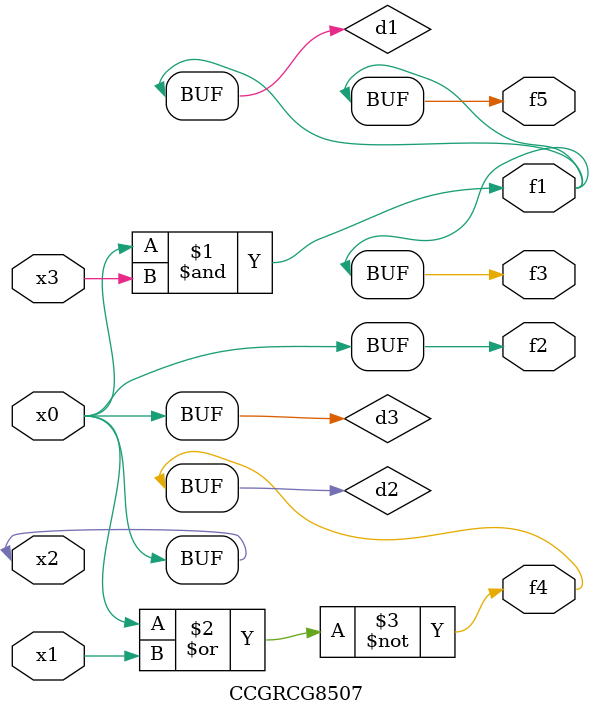
<source format=v>
module CCGRCG8507(
	input x0, x1, x2, x3,
	output f1, f2, f3, f4, f5
);

	wire d1, d2, d3;

	and (d1, x2, x3);
	nor (d2, x0, x1);
	buf (d3, x0, x2);
	assign f1 = d1;
	assign f2 = d3;
	assign f3 = d1;
	assign f4 = d2;
	assign f5 = d1;
endmodule

</source>
